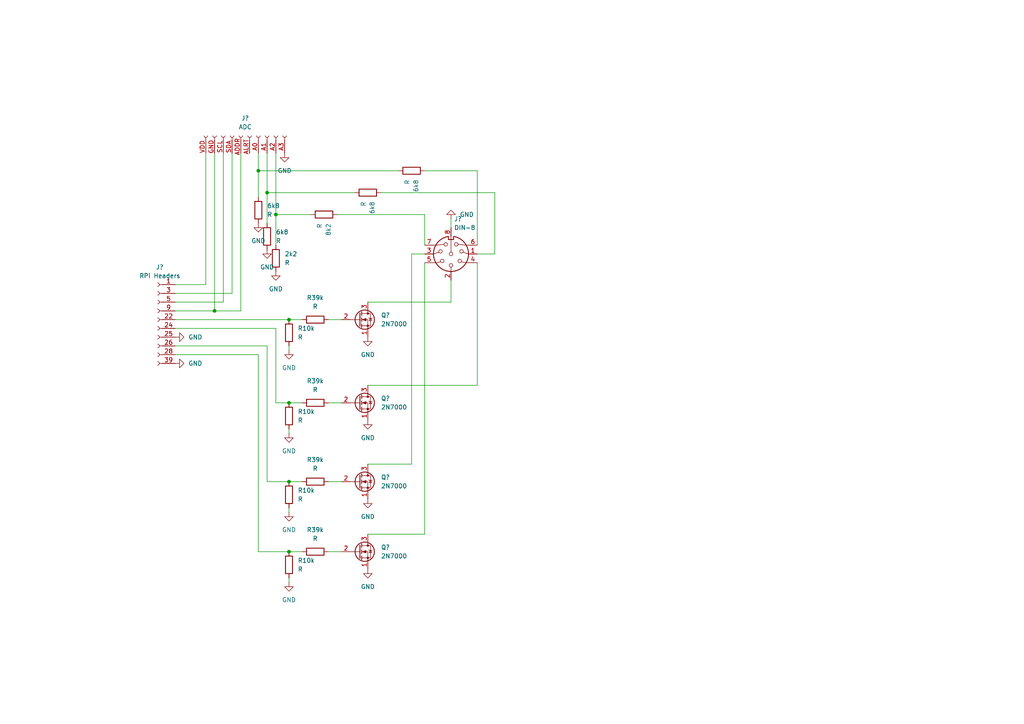
<source format=kicad_sch>
(kicad_sch (version 20211123) (generator eeschema)
  (paper "A4")
  (lib_symbols
    (symbol "Conn_01x10_Female_1" (pin_names (offset 1.016) hide)
      (property "Reference" "J?" (at -6.985 5.08 0))
      (property "Value" "Conn_01x10_Female_1" (at 0.635 7.62 0))
      (symbol "Conn_01x10_Female_1_1_1"
        (arc (start -6.35 -18.288) (mid -5.842 -17.78) (end -6.35 -17.272) (stroke (width 0.1524)))
        (arc (start -6.35 -15.748) (mid -5.842 -15.24) (end -6.35 -14.732) (stroke (width 0.1524)))
        (arc (start -6.35 -13.208) (mid -5.842 -12.7) (end -6.35 -12.192) (stroke (width 0.1524)))
        (arc (start -6.35 -10.668) (mid -5.842 -10.16) (end -6.35 -9.652) (stroke (width 0.1524)))
        (arc (start -6.35 -8.128) (mid -5.842 -7.62) (end -6.35 -7.112) (stroke (width 0.1524)))
        (arc (start -6.35 -5.588) (mid -5.842 -5.08) (end -6.35 -4.572) (stroke (width 0.1524)))
        (arc (start -6.35 -3.048) (mid -5.842 -2.54) (end -6.35 -2.032) (stroke (width 0.1524)))
        (arc (start -6.35 -0.508) (mid -5.842 0) (end -6.35 0.508) (stroke (width 0.1524)))
        (arc (start -6.35 2.032) (mid -5.842 2.54) (end -6.35 3.048) (stroke (width 0.1524)))
        (arc (start -6.35 4.572) (mid -5.842 5.08) (end -6.35 5.588) (stroke (width 0.1524)))
        (polyline (pts (xy -5.08 -17.78) (xy -5.842 -17.78)) (stroke (width 0.1524)))
        (polyline (pts (xy -5.08 -15.24) (xy -5.842 -15.24)) (stroke (width 0.1524)))
        (polyline (pts (xy -5.08 -12.7) (xy -5.842 -12.7)) (stroke (width 0.1524)))
        (polyline (pts (xy -5.08 -10.16) (xy -5.842 -10.16)) (stroke (width 0.1524)))
        (polyline (pts (xy -5.08 -7.62) (xy -5.842 -7.62)) (stroke (width 0.1524)))
        (polyline (pts (xy -5.08 -5.08) (xy -5.842 -5.08)) (stroke (width 0.1524)))
        (polyline (pts (xy -5.08 -2.54) (xy -5.842 -2.54)) (stroke (width 0.1524)))
        (polyline (pts (xy -5.08 0) (xy -5.842 0)) (stroke (width 0.1524)))
        (polyline (pts (xy -5.08 2.54) (xy -5.842 2.54)) (stroke (width 0.1524)))
        (polyline (pts (xy -5.08 5.08) (xy -5.842 5.08)) (stroke (width 0.1524)))
        (pin passive line (at -1.27 5.08 180) (length 3.81) (name "Pin_1") (number "1"))
        (pin passive line (at -1.27 -5.08 180) (length 3.81) (name "Pin_5") (number "22"))
        (pin passive line (at -1.27 -7.62 180) (length 3.81) (name "Pin_6") (number "24"))
        (pin passive line (at -1.27 -10.16 180) (length 3.81) (name "Pin_7") (number "25"))
        (pin passive line (at -1.27 -12.7 180) (length 3.81) (name "Pin_8") (number "26"))
        (pin passive line (at -1.27 -15.24 180) (length 3.81) (name "Pin_9") (number "28"))
        (pin passive line (at -1.27 2.54 180) (length 3.81) (name "Pin_2") (number "3"))
        (pin passive line (at -1.27 -17.78 180) (length 3.81) (name "Pin_10") (number "39"))
        (pin passive line (at -1.27 0 180) (length 3.81) (name "Pin_3") (number "5"))
        (pin passive line (at -1.27 -2.54 180) (length 3.81) (name "Pin_4") (number "9"))
      )
    )
    (symbol "Conn_01x10_Female_2" (pin_names (offset 1.016) hide)
      (property "Reference" "J?" (at 1.27 5.08 90))
      (property "Value" "Conn_01x10_Female_2" (at 1.27 2.54 90))
      (symbol "Conn_01x10_Female_2_1_1"
        (arc (start 0 -12.192) (mid -0.508 -12.7) (end 0 -13.208) (stroke (width 0.1524)))
        (arc (start 0 -9.652) (mid -0.508 -10.16) (end 0 -10.668) (stroke (width 0.1524)))
        (arc (start 0 -7.112) (mid -0.508 -7.62) (end 0 -8.128) (stroke (width 0.1524)))
        (arc (start 0 -4.572) (mid -0.508 -5.08) (end 0 -5.588) (stroke (width 0.1524)))
        (arc (start 0 -2.032) (mid -0.508 -2.54) (end 0 -3.048) (stroke (width 0.1524)))
        (polyline (pts (xy -1.27 -12.7) (xy -0.508 -12.7)) (stroke (width 0.1524)))
        (polyline (pts (xy -1.27 -10.16) (xy -0.508 -10.16)) (stroke (width 0.1524)))
        (polyline (pts (xy -1.27 -7.62) (xy -0.508 -7.62)) (stroke (width 0.1524)))
        (polyline (pts (xy -1.27 -5.08) (xy -0.508 -5.08)) (stroke (width 0.1524)))
        (polyline (pts (xy -1.27 -2.54) (xy -0.508 -2.54)) (stroke (width 0.1524)))
        (polyline (pts (xy -1.27 0) (xy -0.508 0)) (stroke (width 0.1524)))
        (polyline (pts (xy -1.27 2.54) (xy -0.508 2.54)) (stroke (width 0.1524)))
        (polyline (pts (xy -1.27 5.08) (xy -0.508 5.08)) (stroke (width 0.1524)))
        (polyline (pts (xy -1.27 7.62) (xy -0.508 7.62)) (stroke (width 0.1524)))
        (polyline (pts (xy -1.27 10.16) (xy -0.508 10.16)) (stroke (width 0.1524)))
        (arc (start 0 0.508) (mid -0.508 0) (end 0 -0.508) (stroke (width 0.1524)))
        (arc (start 0 3.048) (mid -0.508 2.54) (end 0 2.032) (stroke (width 0.1524)))
        (arc (start 0 5.588) (mid -0.508 5.08) (end 0 4.572) (stroke (width 0.1524)))
        (arc (start 0 8.128) (mid -0.508 7.62) (end 0 7.112) (stroke (width 0.1524)))
        (arc (start 0 10.668) (mid -0.508 10.16) (end 0 9.652) (stroke (width 0.1524)))
        (pin passive line (at -5.08 -5.08 0) (length 3.81) (name "Pin_7") (number "A0"))
        (pin passive line (at -5.08 -7.62 0) (length 3.81) (name "Pin_8") (number "A1"))
        (pin passive line (at -5.08 -10.16 0) (length 3.81) (name "Pin_9") (number "A2"))
        (pin passive line (at -5.08 -12.7 0) (length 3.81) (name "Pin_10") (number "A3"))
        (pin passive line (at -5.08 0 0) (length 3.81) (name "Pin_5") (number "ADDR"))
        (pin passive line (at -5.08 -2.54 0) (length 3.81) (name "Pin_6") (number "ALRT"))
        (pin passive line (at -5.08 7.62 0) (length 3.81) (name "Pin_2") (number "GND"))
        (pin passive line (at -5.08 5.08 0) (length 3.81) (name "Pin_3") (number "SCL"))
        (pin passive line (at -5.08 2.54 0) (length 3.81) (name "Pin_4") (number "SDA"))
        (pin passive line (at -5.08 10.16 0) (length 3.81) (name "Pin_1") (number "VDD"))
      )
    )
    (symbol "Connector:DIN-8" (pin_names (offset 1.016))
      (property "Reference" "J" (at 3.175 5.715 0))
      (property "Value" "DIN-8" (at 2.032 -5.842 0))
      (symbol "DIN-8_0_1"
        (arc (start -5.08 0) (mid -3.8609 -3.3364) (end -0.762 -5.08) (stroke (width 0.254)))
        (circle (center -3.048 -0.762) (radius 0.508))
        (circle (center -2.54 2.032) (radius 0.508))
        (circle (center -1.524 -2.794) (radius 0.508))
        (polyline (pts (xy -5.08 0) (xy -3.556 -0.508)))
        (polyline (pts (xy 0 -0.508) (xy 0 -5.08)))
        (polyline (pts (xy 0 5.08) (xy 0 3.81)))
        (polyline (pts (xy 5.08 0) (xy 3.556 -0.508)))
        (polyline (pts (xy -5.08 -2.54) (xy -4.318 -2.54) (xy -2.032 -2.794)))
        (polyline (pts (xy -5.08 2.54) (xy -4.318 2.54) (xy -3.048 2.286)))
        (polyline (pts (xy 5.08 -2.54) (xy 4.318 -2.54) (xy 2.032 -2.794)))
        (polyline (pts (xy 5.08 2.54) (xy 4.318 2.54) (xy 3.048 2.286)))
        (polyline (pts (xy -0.762 -4.953) (xy -0.762 -4.191) (xy 0.762 -4.191) (xy 0.762 -4.953)) (stroke (width 0.254)))
        (circle (center 0 0) (radius 0.508))
        (circle (center 0 3.302) (radius 0.508))
        (arc (start 0.762 -5.08) (mid 3.8685 -3.343) (end 5.08 0) (stroke (width 0.254)))
        (circle (center 1.524 -2.794) (radius 0.508))
        (circle (center 2.54 2.032) (radius 0.508))
        (circle (center 3.048 -0.762) (radius 0.508))
        (arc (start 5.08 0) (mid 0 5.08) (end -5.08 0) (stroke (width 0.254)))
      )
      (symbol "DIN-8_1_1"
        (pin passive line (at -7.62 0 0) (length 2.54) (name "~") (number "1"))
        (pin passive line (at 0 7.62 270) (length 2.54) (name "~") (number "2"))
        (pin passive line (at 7.62 0 180) (length 2.54) (name "~") (number "3"))
        (pin passive line (at -7.62 2.54 0) (length 2.54) (name "~") (number "4"))
        (pin passive line (at 7.62 2.54 180) (length 2.54) (name "~") (number "5"))
        (pin passive line (at -7.62 -2.54 0) (length 2.54) (name "~") (number "6"))
        (pin passive line (at 7.62 -2.54 180) (length 2.54) (name "~") (number "7"))
        (pin passive line (at 0 -7.62 90) (length 2.54) (name "~") (number "8"))
      )
    )
    (symbol "Device:R" (pin_numbers hide) (pin_names (offset 0))
      (property "Reference" "R" (at 2.032 0 90))
      (property "Value" "R" (at 0 0 90))
      (symbol "R_0_1"
        (rectangle (start -1.016 -2.54) (end 1.016 2.54) (stroke (width 0.254)))
      )
      (symbol "R_1_1"
        (pin passive line (at 0 3.81 270) (length 1.27) (name "~") (number "1"))
        (pin passive line (at 0 -3.81 90) (length 1.27) (name "~") (number "2"))
      )
    )
    (symbol "Transistor_FET:2N7000" (pin_names hide)
      (property "Reference" "Q" (at 5.08 1.905 0))
      (property "Value" "2N7000" (at 5.08 0 0))
      (symbol "2N7000_0_1"
        (polyline (pts (xy 0.254 0) (xy -2.54 0)))
        (polyline (pts (xy 0.254 1.905) (xy 0.254 -1.905)) (stroke (width 0.254)))
        (polyline (pts (xy 0.762 -1.27) (xy 0.762 -2.286)) (stroke (width 0.254)))
        (polyline (pts (xy 0.762 0.508) (xy 0.762 -0.508)) (stroke (width 0.254)))
        (polyline (pts (xy 0.762 2.286) (xy 0.762 1.27)) (stroke (width 0.254)))
        (polyline (pts (xy 2.54 2.54) (xy 2.54 1.778)))
        (polyline (pts (xy 2.54 -2.54) (xy 2.54 0) (xy 0.762 0)))
        (polyline (pts (xy 0.762 -1.778) (xy 3.302 -1.778) (xy 3.302 1.778) (xy 0.762 1.778)))
        (polyline (pts (xy 1.016 0) (xy 2.032 0.381) (xy 2.032 -0.381) (xy 1.016 0)) (fill (type outline)))
        (polyline (pts (xy 2.794 0.508) (xy 2.921 0.381) (xy 3.683 0.381) (xy 3.81 0.254)))
        (polyline (pts (xy 3.302 0.381) (xy 2.921 -0.254) (xy 3.683 -0.254) (xy 3.302 0.381)))
        (circle (center 1.651 0) (radius 2.794) (stroke (width 0.254)))
        (circle (center 2.54 -1.778) (radius 0.254) (fill (type outline)))
        (circle (center 2.54 1.778) (radius 0.254) (fill (type outline)))
      )
      (symbol "2N7000_1_1"
        (pin passive line (at 2.54 -5.08 90) (length 2.54) (name "S") (number "1"))
        (pin input line (at -5.08 0 0) (length 2.54) (name "G") (number "2"))
        (pin passive line (at 2.54 5.08 270) (length 2.54) (name "D") (number "3"))
      )
    )
    (symbol "power:GND" (power) (pin_names (offset 0))
      (property "Value" "GND" (at 0 -3.81 0))
      (symbol "GND_0_1"
        (polyline (pts (xy 0 0) (xy 0 -1.27) (xy 1.27 -1.27) (xy 0 -2.54) (xy -1.27 -1.27) (xy 0 -1.27)))
      )
      (symbol "GND_1_1"
        (pin power_in line (at 0 0 270) (length 0) hide (name "GND") (number "1"))
      )
    )
  )
  (junction (at 62.23 90.17))
  (junction (at 80.01 62.23))
  (junction (at 83.82 116.84))
  (junction (at 83.82 139.7))
  (junction (at 83.82 160.02))
  (junction (at 77.47 55.88))
  (junction (at 83.82 92.71))
  (junction (at 74.93 49.53))
  (wire (pts (xy 74.93 44.45) (xy 74.93 49.53)))
  (wire (pts (xy 62.23 90.17) (xy 62.23 44.45)))
  (wire (pts (xy 74.93 102.87) (xy 74.93 160.02)))
  (wire (pts (xy 106.68 154.94) (xy 123.19 154.94)))
  (wire (pts (xy 83.82 139.7) (xy 87.63 139.7)))
  (wire (pts (xy 110.49 55.88) (xy 143.51 55.88)))
  (wire (pts (xy 138.43 111.76) (xy 138.43 76.2)))
  (wire (pts (xy 50.8 100.33) (xy 77.47 100.33)))
  (wire (pts (xy 50.8 90.17) (xy 62.23 90.17)))
  (wire (pts (xy 59.69 82.55) (xy 59.69 44.45)))
  (wire (pts (xy 106.68 87.63) (xy 130.81 87.63)))
  (wire (pts (xy 69.85 90.17) (xy 62.23 90.17)))
  (wire (pts (xy 95.25 139.7) (xy 99.06 139.7)))
  (wire (pts (xy 83.82 92.71) (xy 87.63 92.71)))
  (wire (pts (xy 50.8 85.09) (xy 67.31 85.09)))
  (wire (pts (xy 119.38 134.62) (xy 119.38 73.66)))
  (wire (pts (xy 83.82 148.59) (xy 83.82 147.32)))
  (wire (pts (xy 77.47 100.33) (xy 77.47 139.7)))
  (wire (pts (xy 67.31 85.09) (xy 67.31 44.45)))
  (wire (pts (xy 83.82 101.6) (xy 83.82 100.33)))
  (wire (pts (xy 130.81 87.63) (xy 130.81 81.28)))
  (wire (pts (xy 106.68 111.76) (xy 138.43 111.76)))
  (wire (pts (xy 123.19 154.94) (xy 123.19 76.2)))
  (wire (pts (xy 138.43 49.53) (xy 123.19 49.53)))
  (wire (pts (xy 64.77 87.63) (xy 64.77 44.45)))
  (wire (pts (xy 83.82 125.73) (xy 83.82 124.46)))
  (wire (pts (xy 50.8 95.25) (xy 80.01 95.25)))
  (wire (pts (xy 138.43 71.12) (xy 138.43 49.53)))
  (wire (pts (xy 143.51 73.66) (xy 143.51 55.88)))
  (wire (pts (xy 83.82 116.84) (xy 87.63 116.84)))
  (wire (pts (xy 102.87 55.88) (xy 77.47 55.88)))
  (wire (pts (xy 77.47 55.88) (xy 77.47 64.77)))
  (wire (pts (xy 50.8 102.87) (xy 74.93 102.87)))
  (wire (pts (xy 69.85 44.45) (xy 69.85 90.17)))
  (wire (pts (xy 138.43 73.66) (xy 143.51 73.66)))
  (wire (pts (xy 95.25 160.02) (xy 99.06 160.02)))
  (wire (pts (xy 83.82 160.02) (xy 87.63 160.02)))
  (wire (pts (xy 83.82 168.91) (xy 83.82 167.64)))
  (wire (pts (xy 119.38 73.66) (xy 123.19 73.66)))
  (wire (pts (xy 106.68 134.62) (xy 119.38 134.62)))
  (wire (pts (xy 80.01 116.84) (xy 83.82 116.84)))
  (wire (pts (xy 77.47 139.7) (xy 83.82 139.7)))
  (wire (pts (xy 74.93 160.02) (xy 83.82 160.02)))
  (wire (pts (xy 50.8 87.63) (xy 64.77 87.63)))
  (wire (pts (xy 80.01 44.45) (xy 80.01 62.23)))
  (wire (pts (xy 95.25 116.84) (xy 99.06 116.84)))
  (wire (pts (xy 74.93 49.53) (xy 74.93 57.15)))
  (wire (pts (xy 123.19 62.23) (xy 123.19 71.12)))
  (wire (pts (xy 74.93 49.53) (xy 115.57 49.53)))
  (wire (pts (xy 97.79 62.23) (xy 123.19 62.23)))
  (wire (pts (xy 130.81 63.5) (xy 130.81 66.04)))
  (wire (pts (xy 77.47 44.45) (xy 77.47 55.88)))
  (wire (pts (xy 90.17 62.23) (xy 80.01 62.23)))
  (wire (pts (xy 95.25 92.71) (xy 99.06 92.71)))
  (wire (pts (xy 80.01 62.23) (xy 80.01 71.12)))
  (wire (pts (xy 80.01 95.25) (xy 80.01 116.84)))
  (wire (pts (xy 50.8 82.55) (xy 59.69 82.55)))
  (wire (pts (xy 50.8 92.71) (xy 83.82 92.71)))
  (symbol (lib_id "power:GND") (at 106.68 165.1 0) (unit 1)
    (property "Reference" "#PWR?" (effects hide))
    (property "Value" "GND" (at 106.68 170.18 0))
  )
  (symbol (lib_id "Transistor_FET:2N7000") (at 104.14 92.71 0) (unit 1)
    (property "Reference" "Q?" (at 110.49 91.4399 0) (effects (justify left)))
    (property "Value" "2N7000" (at 110.49 93.9799 0) (effects (justify left)))
    (property "Footprint" "Package_TO_SOT_THT:TO-92_Inline" (effects hide))
    (property "Datasheet" "https://www.vishay.com/docs/70226/70226.pdf" (effects hide))
  )
  (symbol (lib_id "power:GND") (at 83.82 148.59 0) (unit 1)
    (property "Reference" "#PWR?" (effects hide))
    (property "Value" "GND" (at 83.82 153.67 0))
  )
  (symbol (lib_id "Transistor_FET:2N7000") (at 104.14 160.02 0) (unit 1)
    (property "Reference" "Q?" (at 110.49 158.7499 0) (effects (justify left)))
    (property "Value" "2N7000" (at 110.49 161.2899 0) (effects (justify left)))
    (property "Footprint" "Package_TO_SOT_THT:TO-92_Inline" (effects hide))
    (property "Datasheet" "https://www.vishay.com/docs/70226/70226.pdf" (effects hide))
  )
  (symbol (lib_id "power:GND") (at 83.82 168.91 0) (unit 1)
    (property "Reference" "#PWR?" (effects hide))
    (property "Value" "GND" (at 83.82 173.99 0))
  )
  (symbol (lib_id "Device:R") (at 106.68 55.88 270) (unit 1)
    (property "Reference" "6k8" (at 107.9501 58.42 0) (effects (justify left)))
    (property "Value" "R" (at 105.4101 58.42 0) (effects (justify left)))
  )
  (symbol (lib_id "power:GND") (at 106.68 144.78 0) (unit 1)
    (property "Reference" "#PWR?" (effects hide))
    (property "Value" "GND" (at 106.68 149.86 0))
  )
  (symbol (lib_id "Device:R") (at 83.82 96.52 0) (unit 1)
    (property "Reference" "R10k" (at 86.36 95.2499 0) (effects (justify left)))
    (property "Value" "R" (at 86.36 97.7899 0) (effects (justify left)))
  )
  (symbol (lib_id "power:GND") (at 106.68 121.92 0) (unit 1)
    (property "Reference" "#PWR?" (effects hide))
    (property "Value" "GND" (at 106.68 127 0))
  )
  (symbol (lib_id "power:GND") (at 83.82 101.6 0) (unit 1)
    (property "Reference" "#PWR?" (effects hide))
    (property "Value" "GND" (at 83.82 106.68 0))
  )
  (symbol (lib_id "power:GND") (at 82.55 44.45 0) (unit 1)
    (property "Reference" "#PWR?" (effects hide))
    (property "Value" "GND" (at 82.55 49.53 0))
  )
  (symbol (lib_id "Device:R") (at 91.44 116.84 90) (unit 1)
    (property "Reference" "R39k" (at 91.44 110.49 90))
    (property "Value" "R" (at 91.44 113.03 90))
  )
  (symbol (lib_id "Device:R") (at 83.82 120.65 0) (unit 1)
    (property "Reference" "R10k" (at 86.36 119.3799 0) (effects (justify left)))
    (property "Value" "R" (at 86.36 121.9199 0) (effects (justify left)))
  )
  (symbol (lib_id "Transistor_FET:2N7000") (at 104.14 139.7 0) (unit 1)
    (property "Reference" "Q?" (at 110.49 138.4299 0) (effects (justify left)))
    (property "Value" "2N7000" (at 110.49 140.9699 0) (effects (justify left)))
    (property "Footprint" "Package_TO_SOT_THT:TO-92_Inline" (effects hide))
    (property "Datasheet" "https://www.vishay.com/docs/70226/70226.pdf" (effects hide))
  )
  (symbol (lib_id "power:GND") (at 106.68 97.79 0) (unit 1)
    (property "Reference" "#PWR?" (effects hide))
    (property "Value" "GND" (at 106.68 102.87 0))
  )
  (symbol (lib_id "Device:R") (at 119.38 49.53 270) (unit 1)
    (property "Reference" "6k8" (at 120.6501 52.07 0) (effects (justify left)))
    (property "Value" "R" (at 118.1101 52.07 0) (effects (justify left)))
  )
  (symbol (lib_id "Device:R") (at 91.44 160.02 90) (unit 1)
    (property "Reference" "R39k" (at 91.44 153.67 90))
    (property "Value" "R" (at 91.44 156.21 90))
  )
  (symbol (lib_id "power:GND") (at 74.93 64.77 0) (unit 1)
    (property "Reference" "#PWR?" (effects hide))
    (property "Value" "GND" (at 74.93 69.85 0))
  )
  (symbol (lib_id "power:GND") (at 83.82 125.73 0) (unit 1)
    (property "Reference" "#PWR?" (effects hide))
    (property "Value" "GND" (at 83.82 130.81 0))
  )
  (symbol (lib_name "Conn_01x10_Female_2") (lib_id "Connector:Conn_01x10_Female") (at 69.85 39.37 90) (unit 1)
    (property "Reference" "J?" (at 71.12 34.29 90))
    (property "Value" "ADC" (at 71.12 36.83 90))
  )
  (symbol (lib_id "Connector:DIN-8") (at 130.81 73.66 180) (unit 1)
    (property "Reference" "J?" (at 131.6989 63.5 0) (effects (justify right)))
    (property "Value" "DIN-8" (at 131.6989 66.04 0) (effects (justify right)))
    (property "Datasheet" "http://www.mouser.com/ds/2/18/40_c091_abd_e-75918.pdf" (effects hide))
  )
  (symbol (lib_id "power:GND") (at 50.8 97.79 90) (unit 1)
    (property "Reference" "#PWR?" (effects hide))
    (property "Value" "GND" (at 54.61 97.7899 90) (effects (justify right)))
  )
  (symbol (lib_id "Device:R") (at 77.47 68.58 180) (unit 1)
    (property "Reference" "6k8" (at 80.01 67.3099 0) (effects (justify right)))
    (property "Value" "R" (at 80.01 69.8499 0) (effects (justify right)))
  )
  (symbol (lib_id "Device:R") (at 91.44 139.7 90) (unit 1)
    (property "Reference" "R39k" (at 91.44 133.35 90))
    (property "Value" "R" (at 91.44 135.89 90))
  )
  (symbol (lib_id "power:GND") (at 77.47 72.39 0) (unit 1)
    (property "Reference" "#PWR?" (effects hide))
    (property "Value" "GND" (at 77.47 77.47 0))
  )
  (symbol (lib_id "power:GND") (at 50.8 105.41 90) (unit 1)
    (property "Reference" "#PWR?" (effects hide))
    (property "Value" "GND" (at 54.61 105.4099 90) (effects (justify right)))
  )
  (symbol (lib_id "Transistor_FET:2N7000") (at 104.14 116.84 0) (unit 1)
    (property "Reference" "Q?" (at 110.49 115.5699 0) (effects (justify left)))
    (property "Value" "2N7000" (at 110.49 118.1099 0) (effects (justify left)))
    (property "Footprint" "Package_TO_SOT_THT:TO-92_Inline" (effects hide))
    (property "Datasheet" "https://www.vishay.com/docs/70226/70226.pdf" (effects hide))
  )
  (symbol (lib_id "Device:R") (at 74.93 60.96 180) (unit 1)
    (property "Reference" "6k8" (at 77.47 59.6899 0) (effects (justify right)))
    (property "Value" "R" (at 77.47 62.2299 0) (effects (justify right)))
  )
  (symbol (lib_id "Device:R") (at 91.44 92.71 90) (unit 1)
    (property "Reference" "R39k" (at 91.44 86.36 90))
    (property "Value" "R" (at 91.44 88.9 90))
  )
  (symbol (lib_id "Device:R") (at 83.82 163.83 0) (unit 1)
    (property "Reference" "R10k" (at 86.36 162.5599 0) (effects (justify left)))
    (property "Value" "R" (at 86.36 165.0999 0) (effects (justify left)))
  )
  (symbol (lib_id "Device:R") (at 83.82 143.51 0) (unit 1)
    (property "Reference" "R10k" (at 86.36 142.2399 0) (effects (justify left)))
    (property "Value" "R" (at 86.36 144.7799 0) (effects (justify left)))
  )
  (symbol (lib_id "Device:R") (at 80.01 74.93 180) (unit 1)
    (property "Reference" "2k2" (at 82.55 73.6599 0) (effects (justify right)))
    (property "Value" "R" (at 82.55 76.1999 0) (effects (justify right)))
  )
  (symbol (lib_id "power:GND") (at 130.81 63.5 180) (unit 1)
    (property "Reference" "#PWR?" (effects hide))
    (property "Value" "GND" (at 133.35 62.2299 0) (effects (justify right)))
  )
  (symbol (lib_id "power:GND") (at 80.01 78.74 0) (unit 1)
    (property "Reference" "#PWR?" (effects hide))
    (property "Value" "GND" (at 80.01 83.82 0))
  )
  (symbol (lib_id "Device:R") (at 93.98 62.23 270) (unit 1)
    (property "Reference" "8k2" (at 95.2501 64.77 0) (effects (justify left)))
    (property "Value" "R" (at 92.7101 64.77 0) (effects (justify left)))
  )
  (symbol (lib_name "Conn_01x10_Female_1") (lib_id "Connector:Conn_01x10_Female") (at 52.07 87.63 0) (unit 1)
    (property "Reference" "J?" (at 46.355 77.47 0))
    (property "Value" "RPi Headers" (at 46.355 80.01 0))
  )
)
</source>
